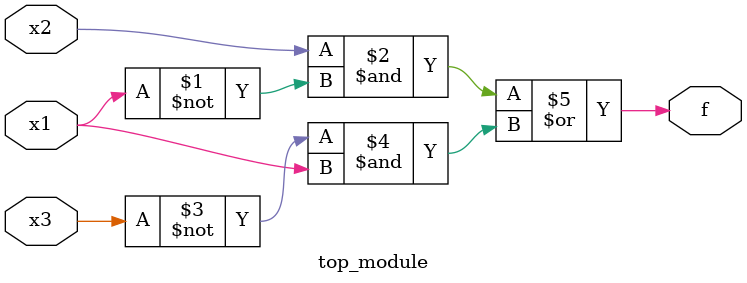
<source format=sv>
module top_module (
	input x3,
	input x2,
	input x1,
	output f
);

	assign f = (x2 & ~x1) | (~x3 & x1);

endmodule

</source>
